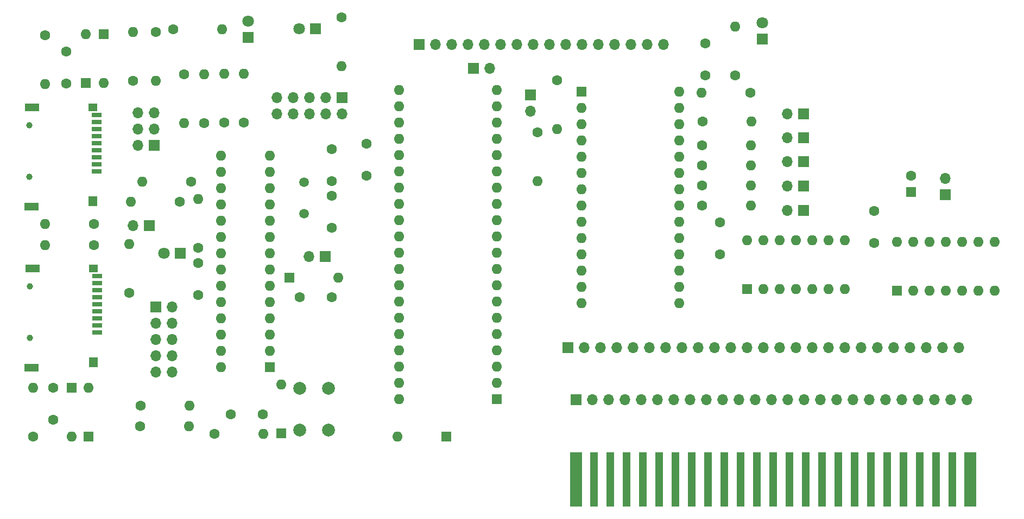
<source format=gbr>
G04 #@! TF.GenerationSoftware,KiCad,Pcbnew,(6.0.2)*
G04 #@! TF.CreationDate,2022-06-23T04:49:00-05:00*
G04 #@! TF.ProjectId,Apple2Card,4170706c-6532-4436-9172-642e6b696361,rev?*
G04 #@! TF.SameCoordinates,Original*
G04 #@! TF.FileFunction,Soldermask,Top*
G04 #@! TF.FilePolarity,Negative*
%FSLAX46Y46*%
G04 Gerber Fmt 4.6, Leading zero omitted, Abs format (unit mm)*
G04 Created by KiCad (PCBNEW (6.0.2)) date 2022-06-23 04:49:00*
%MOMM*%
%LPD*%
G01*
G04 APERTURE LIST*
%ADD10R,1.700000X1.700000*%
%ADD11O,1.700000X1.700000*%
%ADD12O,1.600000X1.600000*%
%ADD13C,1.600000*%
%ADD14R,1.600000X1.600000*%
%ADD15R,1.800000X1.800000*%
%ADD16C,1.800000*%
%ADD17R,2.200000X1.200000*%
%ADD18C,1.000000*%
%ADD19R,1.400000X1.600000*%
%ADD20R,1.600000X0.700000*%
%ADD21R,1.400000X1.200000*%
%ADD22R,1.900000X8.530000*%
%ADD23R,1.270000X8.530000*%
%ADD24R,1.910000X8.530000*%
%ADD25C,1.500000*%
%ADD26C,2.000000*%
G04 APERTURE END LIST*
D10*
X54645000Y-46915000D03*
D11*
X52105000Y-46915000D03*
X54645000Y-44375000D03*
X52105000Y-44375000D03*
X54645000Y-41835000D03*
X52105000Y-41835000D03*
D12*
X62390000Y-35790000D03*
D13*
X62390000Y-43410000D03*
X65520000Y-43390000D03*
D12*
X65520000Y-35770000D03*
D13*
X82310000Y-59830000D03*
X82310000Y-54830000D03*
X114410000Y-44910000D03*
D12*
X114410000Y-52530000D03*
D10*
X178010000Y-54640000D03*
D11*
X178010000Y-52100000D03*
D13*
X59260000Y-35850000D03*
D12*
X59260000Y-43470000D03*
D13*
X57620000Y-28820000D03*
D12*
X65240000Y-28820000D03*
D14*
X100190000Y-92370000D03*
D12*
X92570000Y-92370000D03*
D13*
X52430000Y-90790000D03*
D12*
X60050000Y-90790000D03*
D13*
X52480000Y-87520000D03*
D12*
X60100000Y-87520000D03*
D15*
X69280000Y-30050000D03*
D16*
X69280000Y-27510000D03*
D14*
X41790000Y-84750000D03*
D12*
X41790000Y-92370000D03*
D13*
X140520000Y-35990000D03*
X140520000Y-30990000D03*
D17*
X35620000Y-66160000D03*
D18*
X35220000Y-68960000D03*
D19*
X45120000Y-80760000D03*
D18*
X35220000Y-76960000D03*
D20*
X45720000Y-76160000D03*
X45720000Y-75060000D03*
X45720000Y-73960000D03*
X45720000Y-72860000D03*
X45720000Y-71760000D03*
X45720000Y-70660000D03*
X45720000Y-69560000D03*
X45720000Y-68460000D03*
X45720000Y-67360000D03*
D21*
X45120000Y-66160000D03*
D17*
X35520000Y-81660000D03*
D15*
X79761000Y-28702000D03*
D16*
X77221000Y-28702000D03*
D14*
X75692000Y-67564000D03*
D12*
X83312000Y-67564000D03*
D13*
X142810000Y-58930000D03*
X142810000Y-63930000D03*
D10*
X53848000Y-59436000D03*
D11*
X51308000Y-59436000D03*
D13*
X77340000Y-70610000D03*
X82340000Y-70610000D03*
D10*
X104445000Y-34860000D03*
D11*
X106985000Y-34860000D03*
D13*
X40894000Y-37300000D03*
X40894000Y-32300000D03*
X140100000Y-43220000D03*
D12*
X147720000Y-43220000D03*
D10*
X155920000Y-45720000D03*
D11*
X153380000Y-45720000D03*
D15*
X58674000Y-63754000D03*
D16*
X56134000Y-63754000D03*
D13*
X140050000Y-56310000D03*
D12*
X147670000Y-56310000D03*
D22*
X120396000Y-99060000D03*
D23*
X123190000Y-99060000D03*
X125730000Y-99060000D03*
X128270000Y-99060000D03*
X130810000Y-99060000D03*
X133350000Y-99060000D03*
X135890000Y-99060000D03*
X138430000Y-99060000D03*
X140970000Y-99060000D03*
X143510000Y-99060000D03*
X146050000Y-99060000D03*
X148590000Y-99060000D03*
X151130000Y-99060000D03*
X153670000Y-99060000D03*
X156210000Y-99060000D03*
X158750000Y-99060000D03*
X161290000Y-99060000D03*
X163830000Y-99060000D03*
X166370000Y-99060000D03*
X168910000Y-99060000D03*
X171450000Y-99060000D03*
X173990000Y-99060000D03*
X176530000Y-99060000D03*
X179070000Y-99060000D03*
D24*
X181864000Y-99060000D03*
D13*
X45212000Y-62484000D03*
D12*
X37592000Y-62484000D03*
D10*
X155885000Y-41970000D03*
D11*
X153345000Y-41970000D03*
D14*
X46736000Y-29560000D03*
D12*
X46736000Y-37180000D03*
D14*
X72640000Y-81530000D03*
D12*
X72640000Y-78990000D03*
X72640000Y-76450000D03*
X72640000Y-73910000D03*
X72640000Y-71370000D03*
X72640000Y-68830000D03*
X72640000Y-66290000D03*
X72640000Y-63750000D03*
X72640000Y-61210000D03*
X72640000Y-58670000D03*
X72640000Y-56130000D03*
X72640000Y-53590000D03*
X72640000Y-51050000D03*
X72640000Y-48510000D03*
X65020000Y-48510000D03*
X65020000Y-51050000D03*
X65020000Y-53590000D03*
X65020000Y-56130000D03*
X65020000Y-58670000D03*
X65020000Y-61210000D03*
X65020000Y-63750000D03*
X65020000Y-66290000D03*
X65020000Y-68830000D03*
X65020000Y-71370000D03*
X65020000Y-73910000D03*
X65020000Y-76450000D03*
X65020000Y-78990000D03*
X65020000Y-81530000D03*
D25*
X77960000Y-52720000D03*
X77960000Y-57600000D03*
D10*
X54864000Y-72136000D03*
D11*
X57404000Y-72136000D03*
X54864000Y-74676000D03*
X57404000Y-74676000D03*
X54864000Y-77216000D03*
X57404000Y-77216000D03*
X54864000Y-79756000D03*
X57404000Y-79756000D03*
X54864000Y-82296000D03*
X57404000Y-82296000D03*
D13*
X61480000Y-62900000D03*
D12*
X61480000Y-55280000D03*
D10*
X120396000Y-86614000D03*
D11*
X122936000Y-86614000D03*
X125476000Y-86614000D03*
X128016000Y-86614000D03*
X130556000Y-86614000D03*
X133096000Y-86614000D03*
X135636000Y-86614000D03*
X138176000Y-86614000D03*
X140716000Y-86614000D03*
X143256000Y-86614000D03*
X145796000Y-86614000D03*
X148336000Y-86614000D03*
X150876000Y-86614000D03*
X153416000Y-86614000D03*
X155956000Y-86614000D03*
X158496000Y-86614000D03*
X161036000Y-86614000D03*
X163576000Y-86614000D03*
X166116000Y-86614000D03*
X168656000Y-86614000D03*
X171196000Y-86614000D03*
X173736000Y-86614000D03*
X176276000Y-86614000D03*
X178816000Y-86614000D03*
X181356000Y-86614000D03*
D13*
X83830000Y-26910000D03*
D12*
X83830000Y-34530000D03*
D10*
X119130000Y-78510000D03*
D11*
X121670000Y-78510000D03*
X124210000Y-78510000D03*
X126750000Y-78510000D03*
X129290000Y-78510000D03*
X131830000Y-78510000D03*
X134370000Y-78510000D03*
X136910000Y-78510000D03*
X139450000Y-78510000D03*
X141990000Y-78510000D03*
X144530000Y-78510000D03*
X147070000Y-78510000D03*
X149610000Y-78510000D03*
X152150000Y-78510000D03*
X154690000Y-78510000D03*
X157230000Y-78510000D03*
X159770000Y-78510000D03*
X162310000Y-78510000D03*
X164850000Y-78510000D03*
X167390000Y-78510000D03*
X169930000Y-78510000D03*
X172470000Y-78510000D03*
X175010000Y-78510000D03*
X177550000Y-78510000D03*
X180090000Y-78510000D03*
D13*
X51308000Y-36830000D03*
D12*
X51308000Y-29210000D03*
D10*
X155900000Y-53240000D03*
D11*
X153360000Y-53240000D03*
D13*
X140060000Y-50050000D03*
D12*
X147680000Y-50050000D03*
D13*
X117480000Y-36720000D03*
D12*
X117480000Y-44340000D03*
D14*
X147066000Y-69342000D03*
D12*
X149606000Y-69342000D03*
X152146000Y-69342000D03*
X154686000Y-69342000D03*
X157226000Y-69342000D03*
X159766000Y-69342000D03*
X162306000Y-69342000D03*
X162306000Y-61722000D03*
X159766000Y-61722000D03*
X157226000Y-61722000D03*
X154686000Y-61722000D03*
X152146000Y-61722000D03*
X149606000Y-61722000D03*
X147066000Y-61722000D03*
D17*
X35582000Y-41018000D03*
D19*
X45082000Y-55618000D03*
D18*
X35182000Y-43818000D03*
X35182000Y-51818000D03*
D20*
X45682000Y-51018000D03*
X45682000Y-49918000D03*
X45682000Y-48818000D03*
X45682000Y-47718000D03*
X45682000Y-46618000D03*
X45682000Y-45518000D03*
X45682000Y-44418000D03*
X45682000Y-43318000D03*
X45682000Y-42218000D03*
D21*
X45082000Y-41018000D03*
D17*
X35482000Y-56518000D03*
D13*
X64000000Y-92000000D03*
D12*
X71620000Y-92000000D03*
D14*
X108080000Y-86580000D03*
D12*
X108080000Y-84040000D03*
X108080000Y-81500000D03*
X108080000Y-78960000D03*
X108080000Y-76420000D03*
X108080000Y-73880000D03*
X108080000Y-71340000D03*
X108080000Y-68800000D03*
X108080000Y-66260000D03*
X108080000Y-63720000D03*
X108080000Y-61180000D03*
X108080000Y-58640000D03*
X108080000Y-56100000D03*
X108080000Y-53560000D03*
X108080000Y-51020000D03*
X108080000Y-48480000D03*
X108080000Y-45940000D03*
X108080000Y-43400000D03*
X108080000Y-40860000D03*
X108080000Y-38320000D03*
X92840000Y-38320000D03*
X92840000Y-40860000D03*
X92840000Y-43400000D03*
X92840000Y-45940000D03*
X92840000Y-48480000D03*
X92840000Y-51020000D03*
X92840000Y-53560000D03*
X92840000Y-56100000D03*
X92840000Y-58640000D03*
X92840000Y-61180000D03*
X92840000Y-63720000D03*
X92840000Y-66260000D03*
X92840000Y-68800000D03*
X92840000Y-71340000D03*
X92840000Y-73880000D03*
X92840000Y-76420000D03*
X92840000Y-78960000D03*
X92840000Y-81500000D03*
X92840000Y-84040000D03*
X92840000Y-86580000D03*
D13*
X37592000Y-29718000D03*
D12*
X37592000Y-37338000D03*
D13*
X38880000Y-84740000D03*
X38880000Y-89740000D03*
D14*
X74460000Y-91880000D03*
D12*
X74460000Y-84260000D03*
D14*
X170429000Y-69586000D03*
D12*
X172969000Y-69586000D03*
X175509000Y-69586000D03*
X178049000Y-69586000D03*
X180589000Y-69586000D03*
X183129000Y-69586000D03*
X185669000Y-69586000D03*
X185669000Y-61966000D03*
X183129000Y-61966000D03*
X180589000Y-61966000D03*
X178049000Y-61966000D03*
X175509000Y-61966000D03*
X172969000Y-61966000D03*
X170429000Y-61966000D03*
D13*
X140060000Y-46890000D03*
D12*
X147680000Y-46890000D03*
D10*
X81280000Y-64262000D03*
D11*
X78740000Y-64262000D03*
D13*
X140060000Y-53210000D03*
D12*
X147680000Y-53210000D03*
D10*
X155910000Y-49490000D03*
D11*
X153370000Y-49490000D03*
D13*
X50750000Y-69920000D03*
D12*
X50750000Y-62300000D03*
D13*
X66600000Y-88900000D03*
X71600000Y-88900000D03*
X82340000Y-52550000D03*
X82340000Y-47550000D03*
X145260000Y-35960000D03*
D12*
X145260000Y-28340000D03*
D26*
X77320000Y-84880000D03*
X77320000Y-91380000D03*
X81820000Y-91380000D03*
X81820000Y-84880000D03*
D13*
X68610000Y-43400000D03*
D12*
X68610000Y-35780000D03*
D13*
X147630000Y-38740000D03*
D12*
X140010000Y-38740000D03*
D14*
X121235000Y-38515000D03*
D12*
X121235000Y-41055000D03*
X121235000Y-43595000D03*
X121235000Y-46135000D03*
X121235000Y-48675000D03*
X121235000Y-51215000D03*
X121235000Y-53755000D03*
X121235000Y-56295000D03*
X121235000Y-58835000D03*
X121235000Y-61375000D03*
X121235000Y-63915000D03*
X121235000Y-66455000D03*
X121235000Y-68995000D03*
X121235000Y-71535000D03*
X136475000Y-71535000D03*
X136475000Y-68995000D03*
X136475000Y-66455000D03*
X136475000Y-63915000D03*
X136475000Y-61375000D03*
X136475000Y-58835000D03*
X136475000Y-56295000D03*
X136475000Y-53755000D03*
X136475000Y-51215000D03*
X136475000Y-48675000D03*
X136475000Y-46135000D03*
X136475000Y-43595000D03*
X136475000Y-41055000D03*
X136475000Y-38515000D03*
D14*
X44380000Y-92370000D03*
D12*
X44380000Y-84750000D03*
D13*
X58630000Y-55720000D03*
D12*
X51010000Y-55720000D03*
D15*
X149410000Y-30290000D03*
D16*
X149410000Y-27750000D03*
D13*
X45212000Y-59182000D03*
D12*
X37592000Y-59182000D03*
D13*
X54864000Y-29210000D03*
D12*
X54864000Y-36830000D03*
D10*
X113330000Y-39070000D03*
D11*
X113330000Y-41610000D03*
D10*
X155865000Y-57070000D03*
D11*
X153325000Y-57070000D03*
D10*
X95970000Y-31210000D03*
D11*
X98510000Y-31210000D03*
X101050000Y-31210000D03*
X103590000Y-31210000D03*
X106130000Y-31210000D03*
X108670000Y-31210000D03*
X111210000Y-31210000D03*
X113750000Y-31210000D03*
X116290000Y-31210000D03*
X118830000Y-31210000D03*
X121370000Y-31210000D03*
X123910000Y-31210000D03*
X126450000Y-31210000D03*
X128990000Y-31210000D03*
X131530000Y-31210000D03*
X134070000Y-31210000D03*
D13*
X166920000Y-62150000D03*
X166920000Y-57150000D03*
X35750000Y-92380000D03*
D12*
X35750000Y-84760000D03*
D10*
X83900000Y-39480000D03*
D11*
X83900000Y-42020000D03*
X81360000Y-39480000D03*
X81360000Y-42020000D03*
X78820000Y-39480000D03*
X78820000Y-42020000D03*
X76280000Y-39480000D03*
X76280000Y-42020000D03*
X73740000Y-39480000D03*
X73740000Y-42020000D03*
D13*
X87730000Y-51700000D03*
X87730000Y-46700000D03*
D14*
X172620000Y-54190000D03*
D13*
X172620000Y-51690000D03*
X60420000Y-52570000D03*
D12*
X52800000Y-52570000D03*
D13*
X61468000Y-65278000D03*
X61468000Y-70278000D03*
D14*
X43942000Y-37200000D03*
D12*
X43942000Y-29580000D03*
M02*

</source>
